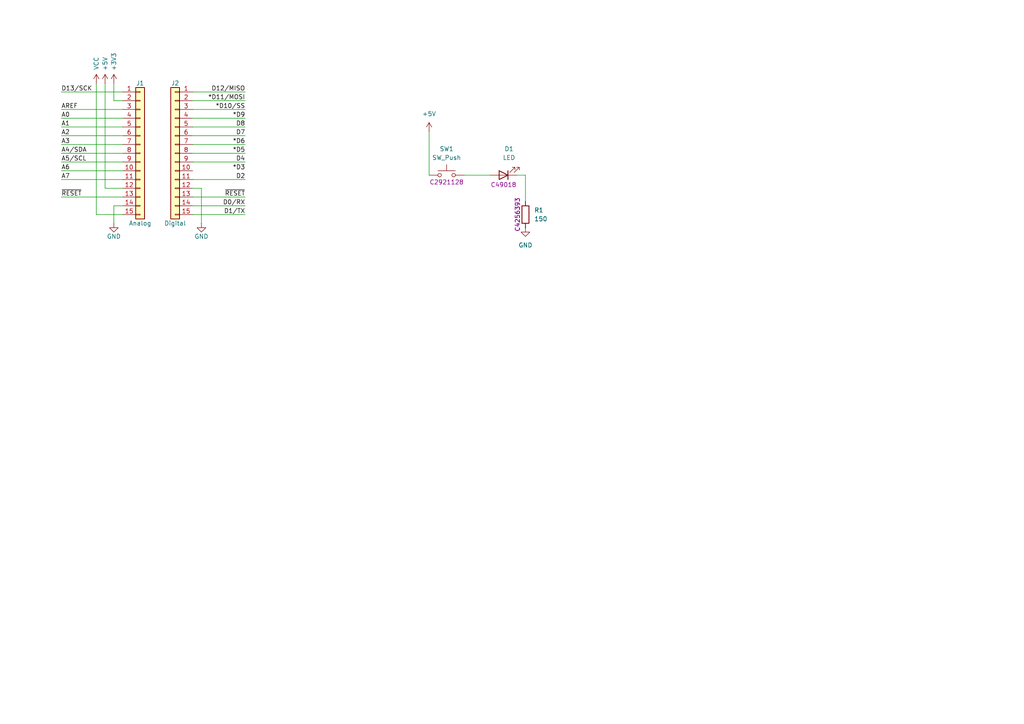
<source format=kicad_sch>
(kicad_sch (version 20250114) (generator "eeschema") (generator_version "9.0")
  (paper "A4")
  (title_block (date "sam. 04 avril 2015"))
  (lib_symbols
    (symbol "Connector_Generic:Conn_01x15" (pin_names (offset 1.016) (hide yes))
      (property "Reference" "J" (at 0 20.32 0))
      (property "Value" "Conn_01x15" (at 0 -20.32 0))
      (symbol "Conn_01x15_1_1"
        (rectangle (start -1.27 19.05) (end 1.27 -19.05) (stroke (width 0.254)) (fill (type background)))
        (rectangle (start -1.27 17.907) (end 0 17.653) (stroke (width 0.1524)))
        (rectangle (start -1.27 15.367) (end 0 15.113) (stroke (width 0.1524)))
        (rectangle (start -1.27 12.827) (end 0 12.573) (stroke (width 0.1524)))
        (rectangle (start -1.27 10.287) (end 0 10.033) (stroke (width 0.1524)))
        (rectangle (start -1.27 7.747) (end 0 7.493) (stroke (width 0.1524)))
        (rectangle (start -1.27 5.207) (end 0 4.953) (stroke (width 0.1524)))
        (rectangle (start -1.27 2.667) (end 0 2.413) (stroke (width 0.1524)))
        (rectangle (start -1.27 0.127) (end 0 -0.127) (stroke (width 0.1524)))
        (rectangle (start -1.27 -2.413) (end 0 -2.667) (stroke (width 0.1524)))
        (rectangle (start -1.27 -4.953) (end 0 -5.207) (stroke (width 0.1524)))
        (rectangle (start -1.27 -7.493) (end 0 -7.747) (stroke (width 0.1524)))
        (rectangle (start -1.27 -10.033) (end 0 -10.287) (stroke (width 0.1524)))
        (rectangle (start -1.27 -12.573) (end 0 -12.827) (stroke (width 0.1524)))
        (rectangle (start -1.27 -15.113) (end 0 -15.367) (stroke (width 0.1524)))
        (rectangle (start -1.27 -17.653) (end 0 -17.907) (stroke (width 0.1524)))
        (pin passive line (at -5.08 17.78 0) (length 3.81) (name "Pin_1") (number "1"))
        (pin passive line (at -5.08 15.24 0) (length 3.81) (name "Pin_2") (number "2"))
        (pin passive line (at -5.08 12.7 0) (length 3.81) (name "Pin_3") (number "3"))
        (pin passive line (at -5.08 10.16 0) (length 3.81) (name "Pin_4") (number "4"))
        (pin passive line (at -5.08 7.62 0) (length 3.81) (name "Pin_5") (number "5"))
        (pin passive line (at -5.08 5.08 0) (length 3.81) (name "Pin_6") (number "6"))
        (pin passive line (at -5.08 2.54 0) (length 3.81) (name "Pin_7") (number "7"))
        (pin passive line (at -5.08 0 0) (length 3.81) (name "Pin_8") (number "8"))
        (pin passive line (at -5.08 -2.54 0) (length 3.81) (name "Pin_9") (number "9"))
        (pin passive line (at -5.08 -5.08 0) (length 3.81) (name "Pin_10") (number "10"))
        (pin passive line (at -5.08 -7.62 0) (length 3.81) (name "Pin_11") (number "11"))
        (pin passive line (at -5.08 -10.16 0) (length 3.81) (name "Pin_12") (number "12"))
        (pin passive line (at -5.08 -12.7 0) (length 3.81) (name "Pin_13") (number "13"))
        (pin passive line (at -5.08 -15.24 0) (length 3.81) (name "Pin_14") (number "14"))
        (pin passive line (at -5.08 -17.78 0) (length 3.81) (name "Pin_15") (number "15"))
      )
    )
    (symbol "Device:LED" (pin_numbers (hide yes)) (pin_names (offset 1.016) (hide yes))
      (property "Reference" "D" (at 0 2.54 0))
      (property "Value" "LED" (at 0 -2.54 0))
      (symbol "LED_0_1"
        (polyline (pts (xy -3.048 -0.762) (xy -4.572 -2.286) (xy -3.81 -2.286) (xy -4.572 -2.286) (xy -4.572 -1.524)))
        (polyline (pts (xy -1.778 -0.762) (xy -3.302 -2.286) (xy -2.54 -2.286) (xy -3.302 -2.286) (xy -3.302 -1.524)))
        (polyline (pts (xy -1.27 0) (xy 1.27 0)))
        (polyline (pts (xy -1.27 -1.27) (xy -1.27 1.27)) (stroke (width 0.254)))
        (polyline (pts (xy 1.27 -1.27) (xy 1.27 1.27) (xy -1.27 0) (xy 1.27 -1.27)) (stroke (width 0.254)))
      )
      (symbol "LED_1_1"
        (pin passive line (at -3.81 0 0) (length 2.54) (name "K") (number "1"))
        (pin passive line (at 3.81 0 180) (length 2.54) (name "A") (number "2"))
      )
    )
    (symbol "Device:R" (pin_numbers (hide yes)) (pin_names (offset 0))
      (property "Reference" "R" (at 2.032 0 90))
      (property "Value" "R" (at 0 0 90))
      (symbol "R_0_1"
        (rectangle (start -1.016 -2.54) (end 1.016 2.54) (stroke (width 0.254)))
      )
      (symbol "R_1_1"
        (pin passive line (at 0 3.81 270) (length 1.27) (name "~") (number "1"))
        (pin passive line (at 0 -3.81 90) (length 1.27) (name "~") (number "2"))
      )
    )
    (symbol "Switch:SW_Push" (pin_numbers (hide yes)) (pin_names (offset 1.016) (hide yes))
      (property "Reference" "SW" (at 1.27 2.54 0))
      (property "Value" "SW_Push" (at 0 -1.524 0))
      (symbol "SW_Push_0_1"
        (circle (center -2.032 0) (radius 0.508))
        (polyline (pts (xy 0 1.27) (xy 0 3.048)))
        (circle (center 2.032 0) (radius 0.508))
        (polyline (pts (xy 2.54 1.27) (xy -2.54 1.27)))
        (pin passive line (at -5.08 0 0) (length 2.54) (name "1") (number "1"))
        (pin passive line (at 5.08 0 180) (length 2.54) (name "2") (number "2"))
      )
    )
    (symbol "power:+3.3V" (power) (pin_numbers (hide yes)) (pin_names (offset 0) (hide yes))
      (property "Value" "+3.3V" (at 0 3.556 0))
      (symbol "+3.3V_0_1"
        (polyline (pts (xy -0.762 1.27) (xy 0 2.54)))
        (polyline (pts (xy 0 2.54) (xy 0.762 1.27)))
        (polyline (pts (xy 0 0) (xy 0 2.54)))
      )
      (symbol "+3.3V_1_1"
        (pin power_in line (at 0 0 90) (length 0) (name "~") (number "1"))
      )
    )
    (symbol "power:+5V" (power) (pin_numbers (hide yes)) (pin_names (offset 0) (hide yes))
      (property "Value" "+5V" (at 0 3.556 0))
      (symbol "+5V_0_1"
        (polyline (pts (xy -0.762 1.27) (xy 0 2.54)))
        (polyline (pts (xy 0 2.54) (xy 0.762 1.27)))
        (polyline (pts (xy 0 0) (xy 0 2.54)))
      )
      (symbol "+5V_1_1"
        (pin power_in line (at 0 0 90) (length 0) (name "~") (number "1"))
      )
    )
    (symbol "power:GND" (power) (pin_numbers (hide yes)) (pin_names (offset 0) (hide yes))
      (property "Value" "GND" (at 0 -3.81 0))
      (symbol "GND_0_1"
        (polyline (pts (xy 0 0) (xy 0 -1.27) (xy 1.27 -1.27) (xy 0 -2.54) (xy -1.27 -1.27) (xy 0 -1.27)))
      )
      (symbol "GND_1_1"
        (pin power_in line (at 0 0 270) (length 0) (name "~") (number "1"))
      )
    )
    (symbol "power:VCC" (power) (pin_numbers (hide yes)) (pin_names (offset 0) (hide yes))
      (property "Value" "VCC" (at 0 3.556 0))
      (symbol "VCC_0_1"
        (polyline (pts (xy -0.762 1.27) (xy 0 2.54)))
        (polyline (pts (xy 0 2.54) (xy 0.762 1.27)))
        (polyline (pts (xy 0 0) (xy 0 2.54)))
      )
      (symbol "VCC_1_1"
        (pin power_in line (at 0 0 90) (length 0) (name "~") (number "1"))
      )
    )
  )
  (wire (pts (xy 55.88 59.69) (xy 71.12 59.69)))
  (wire (pts (xy 35.56 29.21) (xy 33.02 29.21)))
  (wire (pts (xy 17.78 39.37) (xy 35.56 39.37)))
  (wire (pts (xy 17.78 44.45) (xy 35.56 44.45)))
  (wire (pts (xy 30.48 24.13) (xy 30.48 54.61)))
  (wire (pts (xy 35.56 54.61) (xy 30.48 54.61)))
  (wire (pts (xy 134.62 50.8) (xy 142.24 50.8)))
  (wire (pts (xy 17.78 41.91) (xy 35.56 41.91)))
  (wire (pts (xy 55.88 31.75) (xy 71.12 31.75)))
  (wire (pts (xy 55.88 36.83) (xy 71.12 36.83)))
  (wire (pts (xy 55.88 39.37) (xy 71.12 39.37)))
  (wire (pts (xy 149.86 50.8) (xy 152.4 50.8)))
  (wire (pts (xy 55.88 52.07) (xy 71.12 52.07)))
  (wire (pts (xy 124.46 38.1) (xy 124.46 50.8)))
  (wire (pts (xy 17.78 31.75) (xy 35.56 31.75)))
  (wire (pts (xy 55.88 44.45) (xy 71.12 44.45)))
  (wire (pts (xy 33.02 24.13) (xy 33.02 29.21)))
  (wire (pts (xy 55.88 54.61) (xy 58.42 54.61)))
  (wire (pts (xy 152.4 50.8) (xy 152.4 58.42)))
  (wire (pts (xy 55.88 26.67) (xy 71.12 26.67)))
  (wire (pts (xy 27.94 24.13) (xy 27.94 62.23)))
  (wire (pts (xy 35.56 62.23) (xy 27.94 62.23)))
  (wire (pts (xy 17.78 57.15) (xy 35.56 57.15)))
  (wire (pts (xy 55.88 41.91) (xy 71.12 41.91)))
  (wire (pts (xy 55.88 46.99) (xy 71.12 46.99)))
  (wire (pts (xy 17.78 34.29) (xy 35.56 34.29)))
  (wire (pts (xy 17.78 26.67) (xy 35.56 26.67)))
  (wire (pts (xy 17.78 52.07) (xy 35.56 52.07)))
  (wire (pts (xy 17.78 46.99) (xy 35.56 46.99)))
  (wire (pts (xy 55.88 34.29) (xy 71.12 34.29)))
  (wire (pts (xy 55.88 57.15) (xy 71.12 57.15)))
  (wire (pts (xy 58.42 54.61) (xy 58.42 64.77)))
  (wire (pts (xy 55.88 62.23) (xy 71.12 62.23)))
  (wire (pts (xy 17.78 49.53) (xy 35.56 49.53)))
  (wire (pts (xy 33.02 59.69) (xy 33.02 64.77)))
  (wire (pts (xy 35.56 59.69) (xy 33.02 59.69)))
  (wire (pts (xy 17.78 36.83) (xy 35.56 36.83)))
  (wire (pts (xy 55.88 29.21) (xy 71.12 29.21)))
  (label "D4" (at 71.12 46.99 180))
  (label "*D5" (at 71.12 44.45 180))
  (label "A2" (at 17.78 39.37 0))
  (label "D7" (at 71.12 39.37 180))
  (label "D13{slash}SCK" (at 17.78 26.67 0))
  (label "A7" (at 17.78 52.07 0))
  (label "*D6" (at 71.12 41.91 180))
  (label "*D11{slash}MOSI" (at 71.12 29.21 180))
  (label "A1" (at 17.78 36.83 0))
  (label "A4{slash}SDA" (at 17.78 44.45 0))
  (label "A5{slash}SCL" (at 17.78 46.99 0))
  (label "A3" (at 17.78 41.91 0))
  (label "~{RESET}" (at 71.12 57.15 180))
  (label "~{RESET}" (at 17.78 57.15 0))
  (label "A6" (at 17.78 49.53 0))
  (label "A0" (at 17.78 34.29 0))
  (label "*D9" (at 71.12 34.29 180))
  (label "*D3" (at 71.12 49.53 180))
  (label "D2" (at 71.12 52.07 180))
  (label "D8" (at 71.12 36.83 180))
  (label "D1{slash}TX" (at 71.12 62.23 180))
  (label "D0{slash}RX" (at 71.12 59.69 180))
  (label "AREF" (at 17.78 31.75 0))
  (label "*D10{slash}SS" (at 71.12 31.75 180))
  (label "D12{slash}MISO" (at 71.12 26.67 180))
  (symbol (lib_id "Connector_Generic:Conn_01x15") (at 40.64 44.45 0) (unit 1)
    (property "Reference" "J1" (at 40.64 24.13 0))
    (property "Value" "Analog" (at 40.64 64.77 0))
    (property "Footprint" "Connector_PinHeader_2.54mm:PinHeader_1x15_P2.54mm_Vertical" (effects (hide yes)))
    (property "Description" "Generic connector, single row, 01x15, script generated (kicad-library-utils/schlib/autogen/connector/)" (effects (hide yes)))
  )
  (symbol (lib_id "Connector_Generic:Conn_01x15") (at 50.8 44.45 0) (mirror y) (unit 1)
    (property "Reference" "J2" (at 50.8 24.13 0))
    (property "Value" "Digital" (at 50.8 64.77 0))
    (property "Footprint" "Connector_PinHeader_2.54mm:PinHeader_1x15_P2.54mm_Vertical" (effects (hide yes)))
    (property "Description" "Generic connector, single row, 01x15, script generated (kicad-library-utils/schlib/autogen/connector/)" (effects (hide yes)))
  )
  (symbol (lib_id "power:+5V") (at 124.46 38.1 0) (unit 1)
    (property "Reference" "#PWR02" (effects (hide yes)))
    (property "Value" "+5V" (at 124.46 33.02 0))
    (property "Description" "Power symbol creates a global label with name \"+5V\"" (effects (hide yes)))
  )
  (symbol (lib_id "power:+5V") (at 30.48 24.13 0) (unit 1)
    (property "Reference" "#PWR0103" (effects (hide yes)))
    (property "Value" "+5V" (at 30.48 20.574 90) (effects (justify left)))
    (property "Description" "Power symbol creates a global label with name \"+5V\"" (effects (hide yes)))
  )
  (symbol (lib_id "power:+3.3V") (at 33.02 24.13 0) (unit 1)
    (property "Reference" "#PWR0102" (effects (hide yes)))
    (property "Value" "+3V3" (at 33.02 20.574 90) (effects (justify left)))
    (property "Description" "Power symbol creates a global label with name \"+3.3V\"" (effects (hide yes)))
  )
  (symbol (lib_id "power:VCC") (at 27.94 24.13 0) (unit 1)
    (property "Reference" "#PWR0101" (effects (hide yes)))
    (property "Value" "VCC" (at 27.94 20.32 90) (effects (justify left)))
    (property "Description" "Power symbol creates a global label with name \"VCC\"" (effects (hide yes)))
  )
  (symbol (lib_id "Device:R") (at 152.4 62.23 0) (unit 1)
    (property "Reference" "R1" (at 154.94 60.9599 0) (effects (justify left)))
    (property "Value" "150" (at 154.94 63.4999 0) (effects (justify left)))
    (property "Footprint" "Capacitor_SMD:C_0805_2012Metric" (effects (hide yes)))
    (property "Description" "Resistor" (effects (hide yes)))
    (property "JLCPCB" "C4256393" (at 150.114 62.23 90))
  )
  (symbol (lib_id "power:GND") (at 58.42 64.77 0) (unit 1)
    (property "Reference" "#PWR0105" (effects (hide yes)))
    (property "Value" "GND" (at 58.42 68.58 0))
    (property "Description" "Power symbol creates a global label with name \"GND\" , ground" (effects (hide yes)))
  )
  (symbol (lib_id "Switch:SW_Push") (at 129.54 50.8 0) (unit 1)
    (property "Reference" "SW1" (at 129.54 43.18 0))
    (property "Value" "SW_Push" (at 129.54 45.72 0))
    (property "Footprint" "Button_Switch_SMD:SW_Push_1P1T_XKB_TS-1187A" (effects (hide yes)))
    (property "Description" "Push button switch, generic, two pins" (effects (hide yes)))
    (property "JLCPCB" "C2921128" (at 129.54 52.832 0))
  )
  (symbol (lib_id "Device:LED") (at 146.05 50.8 180) (unit 1)
    (property "Reference" "D1" (at 147.6375 43.18 0))
    (property "Value" "LED" (at 147.6375 45.72 0))
    (property "Footprint" "LED_SMD:LED_1206_3216Metric" (effects (hide yes)))
    (property "Description" "Light emitting diode" (effects (hide yes)))
    (property "Sim.Pins" "1=K 2=A" (effects (hide yes)))
    (property "JLCPCB" "C49018" (at 146.05 53.594 0))
  )
  (symbol (lib_id "power:GND") (at 33.02 64.77 0) (unit 1)
    (property "Reference" "#PWR0104" (effects (hide yes)))
    (property "Value" "GND" (at 33.02 68.58 0))
    (property "Description" "Power symbol creates a global label with name \"GND\" , ground" (effects (hide yes)))
  )
  (symbol (lib_id "power:GND") (at 152.4 66.04 0) (unit 1)
    (property "Reference" "#PWR01" (effects (hide yes)))
    (property "Value" "GND" (at 152.4 71.12 0))
    (property "Description" "Power symbol creates a global label with name \"GND\" , ground" (effects (hide yes)))
  )
)
</source>
